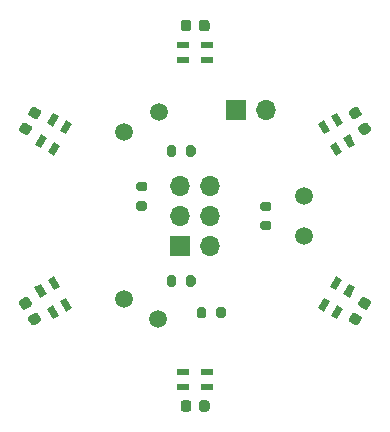
<source format=gbr>
%TF.GenerationSoftware,KiCad,Pcbnew,(5.1.9)-1*%
%TF.CreationDate,2021-09-26T19:09:17+02:00*%
%TF.ProjectId,SnowStar,536e6f77-5374-4617-922e-6b696361645f,rev?*%
%TF.SameCoordinates,Original*%
%TF.FileFunction,Soldermask,Top*%
%TF.FilePolarity,Negative*%
%FSLAX46Y46*%
G04 Gerber Fmt 4.6, Leading zero omitted, Abs format (unit mm)*
G04 Created by KiCad (PCBNEW (5.1.9)-1) date 2021-09-26 19:09:17*
%MOMM*%
%LPD*%
G01*
G04 APERTURE LIST*
%ADD10C,0.100000*%
%ADD11R,1.000000X0.600000*%
%ADD12R,1.700000X1.700000*%
%ADD13O,1.700000X1.700000*%
%ADD14C,1.500000*%
G04 APERTURE END LIST*
D10*
%TO.C,D2*%
G36*
X118929415Y-122582434D02*
G01*
X119449031Y-122282434D01*
X119949031Y-123148460D01*
X119429415Y-123448460D01*
X118929415Y-122582434D01*
G37*
G36*
X120055249Y-121932434D02*
G01*
X120574865Y-121632434D01*
X121074865Y-122498460D01*
X120555249Y-122798460D01*
X120055249Y-121932434D01*
G37*
G36*
X117879415Y-120763780D02*
G01*
X118399031Y-120463780D01*
X118899031Y-121329806D01*
X118379415Y-121629806D01*
X117879415Y-120763780D01*
G37*
G36*
X119005249Y-120113780D02*
G01*
X119524865Y-119813780D01*
X120024865Y-120679806D01*
X119505249Y-120979806D01*
X119005249Y-120113780D01*
G37*
%TD*%
%TO.C,D1*%
G36*
X120565249Y-106623780D02*
G01*
X121084865Y-106923780D01*
X120584865Y-107789806D01*
X120065249Y-107489806D01*
X120565249Y-106623780D01*
G37*
G36*
X119439415Y-105973780D02*
G01*
X119959031Y-106273780D01*
X119459031Y-107139806D01*
X118939415Y-106839806D01*
X119439415Y-105973780D01*
G37*
G36*
X119515249Y-108442434D02*
G01*
X120034865Y-108742434D01*
X119534865Y-109608460D01*
X119015249Y-109308460D01*
X119515249Y-108442434D01*
G37*
G36*
X118389415Y-107792434D02*
G01*
X118909031Y-108092434D01*
X118409031Y-108958460D01*
X117889415Y-108658460D01*
X118389415Y-107792434D01*
G37*
%TD*%
D11*
%TO.C,D6*%
X130417140Y-100201120D03*
X130417140Y-101501120D03*
X132517140Y-100201120D03*
X132517140Y-101501120D03*
%TD*%
D10*
%TO.C,D5*%
G36*
X143929031Y-109308460D02*
G01*
X143409415Y-109608460D01*
X142909415Y-108742434D01*
X143429031Y-108442434D01*
X143929031Y-109308460D01*
G37*
G36*
X145054865Y-108658460D02*
G01*
X144535249Y-108958460D01*
X144035249Y-108092434D01*
X144554865Y-107792434D01*
X145054865Y-108658460D01*
G37*
G36*
X142879031Y-107489806D02*
G01*
X142359415Y-107789806D01*
X141859415Y-106923780D01*
X142379031Y-106623780D01*
X142879031Y-107489806D01*
G37*
G36*
X144004865Y-106839806D02*
G01*
X143485249Y-107139806D01*
X142985249Y-106273780D01*
X143504865Y-105973780D01*
X144004865Y-106839806D01*
G37*
%TD*%
%TO.C,D4*%
G36*
X144554865Y-121629806D02*
G01*
X144035249Y-121329806D01*
X144535249Y-120463780D01*
X145054865Y-120763780D01*
X144554865Y-121629806D01*
G37*
G36*
X143429031Y-120979806D02*
G01*
X142909415Y-120679806D01*
X143409415Y-119813780D01*
X143929031Y-120113780D01*
X143429031Y-120979806D01*
G37*
G36*
X143504865Y-123448460D02*
G01*
X142985249Y-123148460D01*
X143485249Y-122282434D01*
X144004865Y-122582434D01*
X143504865Y-123448460D01*
G37*
G36*
X142379031Y-122798460D02*
G01*
X141859415Y-122498460D01*
X142359415Y-121632434D01*
X142879031Y-121932434D01*
X142379031Y-122798460D01*
G37*
%TD*%
D11*
%TO.C,D3*%
X130427140Y-127881120D03*
X130427140Y-129181120D03*
X132527140Y-127881120D03*
X132527140Y-129181120D03*
%TD*%
%TO.C,C1*%
G36*
G01*
X117138134Y-106807578D02*
X117571146Y-107057578D01*
G75*
G02*
X117653502Y-107364934I-112500J-194856D01*
G01*
X117428502Y-107754646D01*
G75*
G02*
X117121146Y-107837002I-194856J112500D01*
G01*
X116688134Y-107587002D01*
G75*
G02*
X116605778Y-107279646I112500J194856D01*
G01*
X116830778Y-106889934D01*
G75*
G02*
X117138134Y-106807578I194856J-112500D01*
G01*
G37*
G36*
G01*
X117913134Y-105465238D02*
X118346146Y-105715238D01*
G75*
G02*
X118428502Y-106022594I-112500J-194856D01*
G01*
X118203502Y-106412306D01*
G75*
G02*
X117896146Y-106494662I-194856J112500D01*
G01*
X117463134Y-106244662D01*
G75*
G02*
X117380778Y-105937306I112500J194856D01*
G01*
X117605778Y-105547594D01*
G75*
G02*
X117913134Y-105465238I194856J-112500D01*
G01*
G37*
%TD*%
%TO.C,C5*%
G36*
G01*
X146256146Y-107597002D02*
X145823134Y-107847002D01*
G75*
G02*
X145515778Y-107764646I-112500J194856D01*
G01*
X145290778Y-107374934D01*
G75*
G02*
X145373134Y-107067578I194856J112500D01*
G01*
X145806146Y-106817578D01*
G75*
G02*
X146113502Y-106899934I112500J-194856D01*
G01*
X146338502Y-107289646D01*
G75*
G02*
X146256146Y-107597002I-194856J-112500D01*
G01*
G37*
G36*
G01*
X145481146Y-106254662D02*
X145048134Y-106504662D01*
G75*
G02*
X144740778Y-106422306I-112500J194856D01*
G01*
X144515778Y-106032594D01*
G75*
G02*
X144598134Y-105725238I194856J112500D01*
G01*
X145031146Y-105475238D01*
G75*
G02*
X145338502Y-105557594I112500J-194856D01*
G01*
X145563502Y-105947306D01*
G75*
G02*
X145481146Y-106254662I-194856J-112500D01*
G01*
G37*
%TD*%
D12*
%TO.C,J2*%
X134967140Y-105711120D03*
D13*
X137507140Y-105711120D03*
%TD*%
%TO.C,C6*%
G36*
G01*
X131152140Y-98341120D02*
X131152140Y-98841120D01*
G75*
G02*
X130927140Y-99066120I-225000J0D01*
G01*
X130477140Y-99066120D01*
G75*
G02*
X130252140Y-98841120I0J225000D01*
G01*
X130252140Y-98341120D01*
G75*
G02*
X130477140Y-98116120I225000J0D01*
G01*
X130927140Y-98116120D01*
G75*
G02*
X131152140Y-98341120I0J-225000D01*
G01*
G37*
G36*
G01*
X132702140Y-98341120D02*
X132702140Y-98841120D01*
G75*
G02*
X132477140Y-99066120I-225000J0D01*
G01*
X132027140Y-99066120D01*
G75*
G02*
X131802140Y-98841120I0J225000D01*
G01*
X131802140Y-98341120D01*
G75*
G02*
X132027140Y-98116120I225000J0D01*
G01*
X132477140Y-98116120D01*
G75*
G02*
X132702140Y-98341120I0J-225000D01*
G01*
G37*
%TD*%
%TO.C,C4*%
G36*
G01*
X145031146Y-123957002D02*
X144598134Y-123707002D01*
G75*
G02*
X144515778Y-123399646I112500J194856D01*
G01*
X144740778Y-123009934D01*
G75*
G02*
X145048134Y-122927578I194856J-112500D01*
G01*
X145481146Y-123177578D01*
G75*
G02*
X145563502Y-123484934I-112500J-194856D01*
G01*
X145338502Y-123874646D01*
G75*
G02*
X145031146Y-123957002I-194856J112500D01*
G01*
G37*
G36*
G01*
X145806146Y-122614662D02*
X145373134Y-122364662D01*
G75*
G02*
X145290778Y-122057306I112500J194856D01*
G01*
X145515778Y-121667594D01*
G75*
G02*
X145823134Y-121585238I194856J-112500D01*
G01*
X146256146Y-121835238D01*
G75*
G02*
X146338502Y-122142594I-112500J-194856D01*
G01*
X146113502Y-122532306D01*
G75*
G02*
X145806146Y-122614662I-194856J112500D01*
G01*
G37*
%TD*%
%TO.C,C3*%
G36*
G01*
X131802140Y-131051120D02*
X131802140Y-130551120D01*
G75*
G02*
X132027140Y-130326120I225000J0D01*
G01*
X132477140Y-130326120D01*
G75*
G02*
X132702140Y-130551120I0J-225000D01*
G01*
X132702140Y-131051120D01*
G75*
G02*
X132477140Y-131276120I-225000J0D01*
G01*
X132027140Y-131276120D01*
G75*
G02*
X131802140Y-131051120I0J225000D01*
G01*
G37*
G36*
G01*
X130252140Y-131051120D02*
X130252140Y-130551120D01*
G75*
G02*
X130477140Y-130326120I225000J0D01*
G01*
X130927140Y-130326120D01*
G75*
G02*
X131152140Y-130551120I0J-225000D01*
G01*
X131152140Y-131051120D01*
G75*
G02*
X130927140Y-131276120I-225000J0D01*
G01*
X130477140Y-131276120D01*
G75*
G02*
X130252140Y-131051120I0J225000D01*
G01*
G37*
%TD*%
%TO.C,C2*%
G36*
G01*
X116678134Y-121835238D02*
X117111146Y-121585238D01*
G75*
G02*
X117418502Y-121667594I112500J-194856D01*
G01*
X117643502Y-122057306D01*
G75*
G02*
X117561146Y-122364662I-194856J-112500D01*
G01*
X117128134Y-122614662D01*
G75*
G02*
X116820778Y-122532306I-112500J194856D01*
G01*
X116595778Y-122142594D01*
G75*
G02*
X116678134Y-121835238I194856J112500D01*
G01*
G37*
G36*
G01*
X117453134Y-123177578D02*
X117886146Y-122927578D01*
G75*
G02*
X118193502Y-123009934I112500J-194856D01*
G01*
X118418502Y-123399646D01*
G75*
G02*
X118336146Y-123707002I-194856J-112500D01*
G01*
X117903134Y-123957002D01*
G75*
G02*
X117595778Y-123874646I-112500J194856D01*
G01*
X117370778Y-123484934D01*
G75*
G02*
X117453134Y-123177578I194856J112500D01*
G01*
G37*
%TD*%
D12*
%TO.C,J1*%
X130227140Y-117211120D03*
D13*
X132767140Y-117211120D03*
X130227140Y-114671120D03*
X132767140Y-114671120D03*
X130227140Y-112131120D03*
X132767140Y-112131120D03*
%TD*%
%TO.C,R1*%
G36*
G01*
X131517140Y-119936120D02*
X131517140Y-120486120D01*
G75*
G02*
X131317140Y-120686120I-200000J0D01*
G01*
X130917140Y-120686120D01*
G75*
G02*
X130717140Y-120486120I0J200000D01*
G01*
X130717140Y-119936120D01*
G75*
G02*
X130917140Y-119736120I200000J0D01*
G01*
X131317140Y-119736120D01*
G75*
G02*
X131517140Y-119936120I0J-200000D01*
G01*
G37*
G36*
G01*
X129867140Y-119936120D02*
X129867140Y-120486120D01*
G75*
G02*
X129667140Y-120686120I-200000J0D01*
G01*
X129267140Y-120686120D01*
G75*
G02*
X129067140Y-120486120I0J200000D01*
G01*
X129067140Y-119936120D01*
G75*
G02*
X129267140Y-119736120I200000J0D01*
G01*
X129667140Y-119736120D01*
G75*
G02*
X129867140Y-119936120I0J-200000D01*
G01*
G37*
%TD*%
%TO.C,R2*%
G36*
G01*
X137742140Y-115936120D02*
X137192140Y-115936120D01*
G75*
G02*
X136992140Y-115736120I0J200000D01*
G01*
X136992140Y-115336120D01*
G75*
G02*
X137192140Y-115136120I200000J0D01*
G01*
X137742140Y-115136120D01*
G75*
G02*
X137942140Y-115336120I0J-200000D01*
G01*
X137942140Y-115736120D01*
G75*
G02*
X137742140Y-115936120I-200000J0D01*
G01*
G37*
G36*
G01*
X137742140Y-114286120D02*
X137192140Y-114286120D01*
G75*
G02*
X136992140Y-114086120I0J200000D01*
G01*
X136992140Y-113686120D01*
G75*
G02*
X137192140Y-113486120I200000J0D01*
G01*
X137742140Y-113486120D01*
G75*
G02*
X137942140Y-113686120I0J-200000D01*
G01*
X137942140Y-114086120D01*
G75*
G02*
X137742140Y-114286120I-200000J0D01*
G01*
G37*
%TD*%
%TO.C,R3*%
G36*
G01*
X129867140Y-108936120D02*
X129867140Y-109486120D01*
G75*
G02*
X129667140Y-109686120I-200000J0D01*
G01*
X129267140Y-109686120D01*
G75*
G02*
X129067140Y-109486120I0J200000D01*
G01*
X129067140Y-108936120D01*
G75*
G02*
X129267140Y-108736120I200000J0D01*
G01*
X129667140Y-108736120D01*
G75*
G02*
X129867140Y-108936120I0J-200000D01*
G01*
G37*
G36*
G01*
X131517140Y-108936120D02*
X131517140Y-109486120D01*
G75*
G02*
X131317140Y-109686120I-200000J0D01*
G01*
X130917140Y-109686120D01*
G75*
G02*
X130717140Y-109486120I0J200000D01*
G01*
X130717140Y-108936120D01*
G75*
G02*
X130917140Y-108736120I200000J0D01*
G01*
X131317140Y-108736120D01*
G75*
G02*
X131517140Y-108936120I0J-200000D01*
G01*
G37*
%TD*%
D14*
%TO.C,R4*%
X128377140Y-123471120D03*
X125432654Y-121771120D03*
%TD*%
%TO.C,R5*%
X140657140Y-113041120D03*
X140657140Y-116441120D03*
%TD*%
%TO.C,R6*%
X125452654Y-107631120D03*
X128397140Y-105931120D03*
%TD*%
%TO.C,R7*%
G36*
G01*
X126692140Y-111811120D02*
X127242140Y-111811120D01*
G75*
G02*
X127442140Y-112011120I0J-200000D01*
G01*
X127442140Y-112411120D01*
G75*
G02*
X127242140Y-112611120I-200000J0D01*
G01*
X126692140Y-112611120D01*
G75*
G02*
X126492140Y-112411120I0J200000D01*
G01*
X126492140Y-112011120D01*
G75*
G02*
X126692140Y-111811120I200000J0D01*
G01*
G37*
G36*
G01*
X126692140Y-113461120D02*
X127242140Y-113461120D01*
G75*
G02*
X127442140Y-113661120I0J-200000D01*
G01*
X127442140Y-114061120D01*
G75*
G02*
X127242140Y-114261120I-200000J0D01*
G01*
X126692140Y-114261120D01*
G75*
G02*
X126492140Y-114061120I0J200000D01*
G01*
X126492140Y-113661120D01*
G75*
G02*
X126692140Y-113461120I200000J0D01*
G01*
G37*
%TD*%
%TO.C,R8*%
G36*
G01*
X132417140Y-122636120D02*
X132417140Y-123186120D01*
G75*
G02*
X132217140Y-123386120I-200000J0D01*
G01*
X131817140Y-123386120D01*
G75*
G02*
X131617140Y-123186120I0J200000D01*
G01*
X131617140Y-122636120D01*
G75*
G02*
X131817140Y-122436120I200000J0D01*
G01*
X132217140Y-122436120D01*
G75*
G02*
X132417140Y-122636120I0J-200000D01*
G01*
G37*
G36*
G01*
X134067140Y-122636120D02*
X134067140Y-123186120D01*
G75*
G02*
X133867140Y-123386120I-200000J0D01*
G01*
X133467140Y-123386120D01*
G75*
G02*
X133267140Y-123186120I0J200000D01*
G01*
X133267140Y-122636120D01*
G75*
G02*
X133467140Y-122436120I200000J0D01*
G01*
X133867140Y-122436120D01*
G75*
G02*
X134067140Y-122636120I0J-200000D01*
G01*
G37*
%TD*%
M02*

</source>
